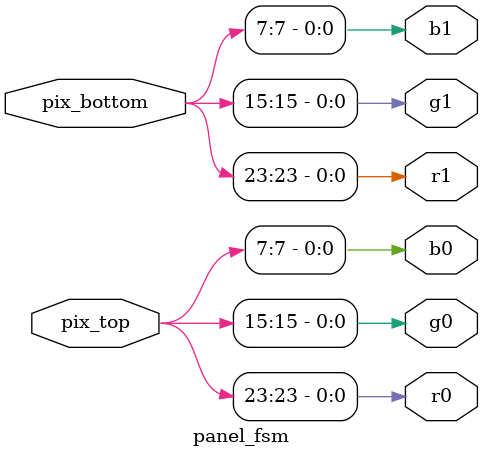
<source format=v>
module panel_fsm(
    input  wire [23:0] pix_top,
    input  wire [23:0] pix_bottom,
    output wire r0, g0, b0,
    output wire r1, g1, b1
);

    assign r0 = pix_top[23];  // Bit Verde
    assign g0 = pix_top[15];   // Bit Azul
    assign b0 = pix_top[7];  // Bit Rojo

    // Parte Inferior
    assign r1 = pix_bottom[23];
    assign g1 = pix_bottom[15];
    assign b1 = pix_bottom[7];

endmodule

</source>
